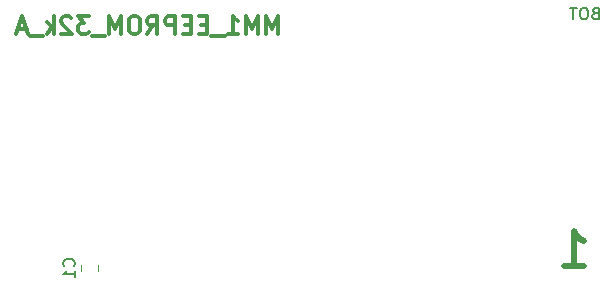
<source format=gbr>
G04 #@! TF.GenerationSoftware,KiCad,Pcbnew,(5.1.8)-1*
G04 #@! TF.CreationDate,2020-11-28T19:45:41+01:00*
G04 #@! TF.ProjectId,MM1_EEPROM_32k_A,4d4d315f-4545-4505-924f-4d5f33326b5f,R1*
G04 #@! TF.SameCoordinates,PX6b49d20PY52f83c0*
G04 #@! TF.FileFunction,Legend,Bot*
G04 #@! TF.FilePolarity,Positive*
%FSLAX46Y46*%
G04 Gerber Fmt 4.6, Leading zero omitted, Abs format (unit mm)*
G04 Created by KiCad (PCBNEW (5.1.8)-1) date 2020-11-28 19:45:41*
%MOMM*%
%LPD*%
G01*
G04 APERTURE LIST*
%ADD10C,0.150000*%
%ADD11C,0.300000*%
%ADD12C,0.500000*%
%ADD13C,0.120000*%
G04 APERTURE END LIST*
D10*
X50333333Y-1428571D02*
X50190476Y-1476190D01*
X50142857Y-1523809D01*
X50095238Y-1619047D01*
X50095238Y-1761904D01*
X50142857Y-1857142D01*
X50190476Y-1904761D01*
X50285714Y-1952380D01*
X50666666Y-1952380D01*
X50666666Y-952380D01*
X50333333Y-952380D01*
X50238095Y-1000000D01*
X50190476Y-1047619D01*
X50142857Y-1142857D01*
X50142857Y-1238095D01*
X50190476Y-1333333D01*
X50238095Y-1380952D01*
X50333333Y-1428571D01*
X50666666Y-1428571D01*
X49476190Y-952380D02*
X49285714Y-952380D01*
X49190476Y-1000000D01*
X49095238Y-1095238D01*
X49047619Y-1285714D01*
X49047619Y-1619047D01*
X49095238Y-1809523D01*
X49190476Y-1904761D01*
X49285714Y-1952380D01*
X49476190Y-1952380D01*
X49571428Y-1904761D01*
X49666666Y-1809523D01*
X49714285Y-1619047D01*
X49714285Y-1285714D01*
X49666666Y-1095238D01*
X49571428Y-1000000D01*
X49476190Y-952380D01*
X48761904Y-952380D02*
X48190476Y-952380D01*
X48476190Y-1952380D02*
X48476190Y-952380D01*
D11*
X23464285Y-3178571D02*
X23464285Y-1678571D01*
X22964285Y-2750000D01*
X22464285Y-1678571D01*
X22464285Y-3178571D01*
X21750000Y-3178571D02*
X21750000Y-1678571D01*
X21250000Y-2750000D01*
X20750000Y-1678571D01*
X20750000Y-3178571D01*
X19250000Y-3178571D02*
X20107142Y-3178571D01*
X19678571Y-3178571D02*
X19678571Y-1678571D01*
X19821428Y-1892857D01*
X19964285Y-2035714D01*
X20107142Y-2107142D01*
X18964285Y-3321428D02*
X17821428Y-3321428D01*
X17464285Y-2392857D02*
X16964285Y-2392857D01*
X16750000Y-3178571D02*
X17464285Y-3178571D01*
X17464285Y-1678571D01*
X16750000Y-1678571D01*
X16107142Y-2392857D02*
X15607142Y-2392857D01*
X15392857Y-3178571D02*
X16107142Y-3178571D01*
X16107142Y-1678571D01*
X15392857Y-1678571D01*
X14750000Y-3178571D02*
X14750000Y-1678571D01*
X14178571Y-1678571D01*
X14035714Y-1750000D01*
X13964285Y-1821428D01*
X13892857Y-1964285D01*
X13892857Y-2178571D01*
X13964285Y-2321428D01*
X14035714Y-2392857D01*
X14178571Y-2464285D01*
X14750000Y-2464285D01*
X12392857Y-3178571D02*
X12892857Y-2464285D01*
X13250000Y-3178571D02*
X13250000Y-1678571D01*
X12678571Y-1678571D01*
X12535714Y-1750000D01*
X12464285Y-1821428D01*
X12392857Y-1964285D01*
X12392857Y-2178571D01*
X12464285Y-2321428D01*
X12535714Y-2392857D01*
X12678571Y-2464285D01*
X13250000Y-2464285D01*
X11464285Y-1678571D02*
X11178571Y-1678571D01*
X11035714Y-1750000D01*
X10892857Y-1892857D01*
X10821428Y-2178571D01*
X10821428Y-2678571D01*
X10892857Y-2964285D01*
X11035714Y-3107142D01*
X11178571Y-3178571D01*
X11464285Y-3178571D01*
X11607142Y-3107142D01*
X11750000Y-2964285D01*
X11821428Y-2678571D01*
X11821428Y-2178571D01*
X11750000Y-1892857D01*
X11607142Y-1750000D01*
X11464285Y-1678571D01*
X10178571Y-3178571D02*
X10178571Y-1678571D01*
X9678571Y-2750000D01*
X9178571Y-1678571D01*
X9178571Y-3178571D01*
X8821428Y-3321428D02*
X7678571Y-3321428D01*
X7464285Y-1678571D02*
X6535714Y-1678571D01*
X7035714Y-2250000D01*
X6821428Y-2250000D01*
X6678571Y-2321428D01*
X6607142Y-2392857D01*
X6535714Y-2535714D01*
X6535714Y-2892857D01*
X6607142Y-3035714D01*
X6678571Y-3107142D01*
X6821428Y-3178571D01*
X7250000Y-3178571D01*
X7392857Y-3107142D01*
X7464285Y-3035714D01*
X5964285Y-1821428D02*
X5892857Y-1750000D01*
X5750000Y-1678571D01*
X5392857Y-1678571D01*
X5250000Y-1750000D01*
X5178571Y-1821428D01*
X5107142Y-1964285D01*
X5107142Y-2107142D01*
X5178571Y-2321428D01*
X6035714Y-3178571D01*
X5107142Y-3178571D01*
X4464285Y-3178571D02*
X4464285Y-1678571D01*
X4321428Y-2607142D02*
X3892857Y-3178571D01*
X3892857Y-2178571D02*
X4464285Y-2750000D01*
X3607142Y-3321428D02*
X2464285Y-3321428D01*
X2178571Y-2750000D02*
X1464285Y-2750000D01*
X2321428Y-3178571D02*
X1821428Y-1678571D01*
X1321428Y-3178571D01*
D12*
X47642857Y-22857142D02*
X49357142Y-22857142D01*
X48500000Y-22857142D02*
X48500000Y-19857142D01*
X48785714Y-20285714D01*
X49071428Y-20571428D01*
X49357142Y-20714285D01*
D13*
X8235000Y-22738748D02*
X8235000Y-23261252D01*
X6765000Y-22738748D02*
X6765000Y-23261252D01*
D10*
X6177142Y-22833333D02*
X6224761Y-22785714D01*
X6272380Y-22642857D01*
X6272380Y-22547619D01*
X6224761Y-22404761D01*
X6129523Y-22309523D01*
X6034285Y-22261904D01*
X5843809Y-22214285D01*
X5700952Y-22214285D01*
X5510476Y-22261904D01*
X5415238Y-22309523D01*
X5320000Y-22404761D01*
X5272380Y-22547619D01*
X5272380Y-22642857D01*
X5320000Y-22785714D01*
X5367619Y-22833333D01*
X6272380Y-23785714D02*
X6272380Y-23214285D01*
X6272380Y-23500000D02*
X5272380Y-23500000D01*
X5415238Y-23404761D01*
X5510476Y-23309523D01*
X5558095Y-23214285D01*
M02*

</source>
